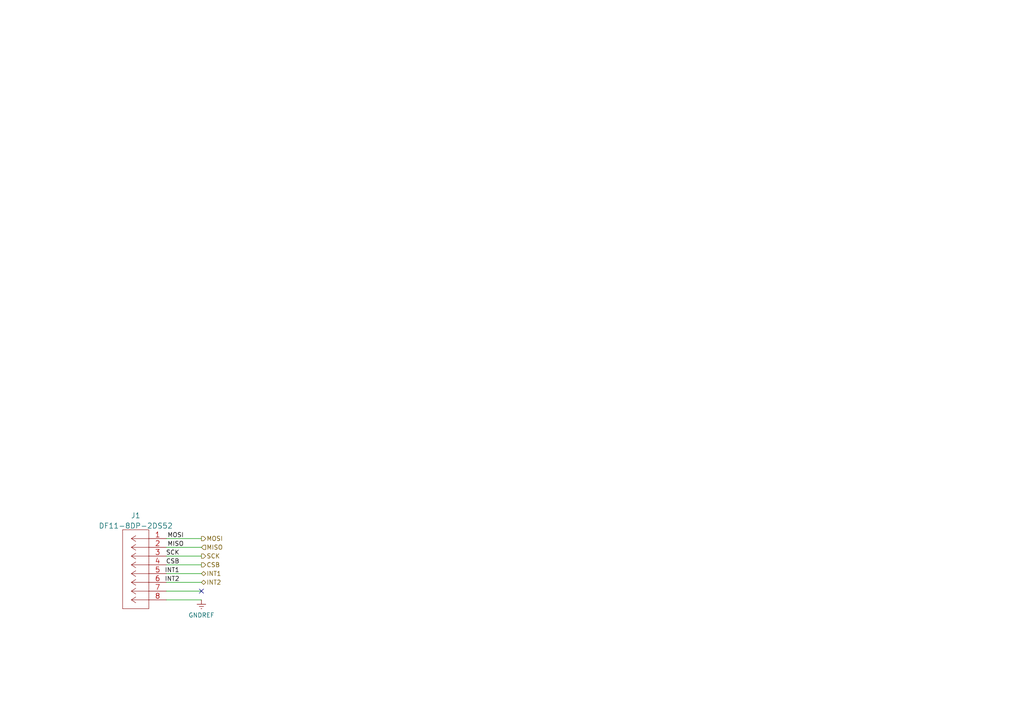
<source format=kicad_sch>
(kicad_sch (version 20230121) (generator eeschema)
  (paper "A4")
  (lib_symbols
    (symbol "DF11-8POS:DF11-8DP-2DS52" (pin_names (offset 0.254) hide)
      (property "Reference" "J" (at 8.89 6.35 0))
      (property "Value" "DF11-8DP-2DS52" (at 10.16 -10.16 0))
      (symbol "DF11-8DP-2DS52_1_1"
        (polyline (pts (xy 5.08 -20.32) (xy 12.7 -20.32)) (stroke (width 0.127)))
        (polyline (pts (xy 5.08 2.54) (xy 5.08 -20.32)) (stroke (width 0.127)))
        (polyline (pts (xy 10.16 -17.78) (xy 5.08 -17.78)) (stroke (width 0.127)))
        (polyline (pts (xy 10.16 -17.78) (xy 8.89 -18.6182)) (stroke (width 0.127)))
        (polyline (pts (xy 10.16 -17.78) (xy 8.89 -16.9418)) (stroke (width 0.127)))
        (polyline (pts (xy 10.16 -15.24) (xy 5.08 -15.24)) (stroke (width 0.127)))
        (polyline (pts (xy 10.16 -15.24) (xy 8.89 -16.0782)) (stroke (width 0.127)))
        (polyline (pts (xy 10.16 -15.24) (xy 8.89 -14.4018)) (stroke (width 0.127)))
        (polyline (pts (xy 10.16 -12.7) (xy 5.08 -12.7)) (stroke (width 0.127)))
        (polyline (pts (xy 10.16 -12.7) (xy 8.89 -13.5382)) (stroke (width 0.127)))
        (polyline (pts (xy 10.16 -12.7) (xy 8.89 -11.8618)) (stroke (width 0.127)))
        (polyline (pts (xy 10.16 -10.16) (xy 5.08 -10.16)) (stroke (width 0.127)))
        (polyline (pts (xy 10.16 -10.16) (xy 8.89 -10.9982)) (stroke (width 0.127)))
        (polyline (pts (xy 10.16 -10.16) (xy 8.89 -9.3218)) (stroke (width 0.127)))
        (polyline (pts (xy 10.16 -7.62) (xy 5.08 -7.62)) (stroke (width 0.127)))
        (polyline (pts (xy 10.16 -7.62) (xy 8.89 -8.4582)) (stroke (width 0.127)))
        (polyline (pts (xy 10.16 -7.62) (xy 8.89 -6.7818)) (stroke (width 0.127)))
        (polyline (pts (xy 10.16 -5.08) (xy 5.08 -5.08)) (stroke (width 0.127)))
        (polyline (pts (xy 10.16 -5.08) (xy 8.89 -5.9182)) (stroke (width 0.127)))
        (polyline (pts (xy 10.16 -5.08) (xy 8.89 -4.2418)) (stroke (width 0.127)))
        (polyline (pts (xy 10.16 -2.54) (xy 5.08 -2.54)) (stroke (width 0.127)))
        (polyline (pts (xy 10.16 -2.54) (xy 8.89 -3.3782)) (stroke (width 0.127)))
        (polyline (pts (xy 10.16 -2.54) (xy 8.89 -1.7018)) (stroke (width 0.127)))
        (polyline (pts (xy 10.16 0) (xy 5.08 0)) (stroke (width 0.127)))
        (polyline (pts (xy 10.16 0) (xy 8.89 -0.8382)) (stroke (width 0.127)))
        (polyline (pts (xy 10.16 0) (xy 8.89 0.8382)) (stroke (width 0.127)))
        (polyline (pts (xy 12.7 -20.32) (xy 12.7 2.54)) (stroke (width 0.127)))
        (polyline (pts (xy 12.7 2.54) (xy 5.08 2.54)) (stroke (width 0.127)))
        (pin unspecified line (at 0 0 0) (length 5.08) (name "1") (number "1"))
        (pin unspecified line (at 0 -2.54 0) (length 5.08) (name "2") (number "2"))
        (pin unspecified line (at 0 -5.08 0) (length 5.08) (name "3") (number "3"))
        (pin unspecified line (at 0 -7.62 0) (length 5.08) (name "4") (number "4"))
        (pin unspecified line (at 0 -10.16 0) (length 5.08) (name "5") (number "5"))
        (pin unspecified line (at 0 -12.7 0) (length 5.08) (name "6") (number "6"))
        (pin unspecified line (at 0 -15.24 0) (length 5.08) (name "7") (number "7"))
        (pin unspecified line (at 0 -17.78 0) (length 5.08) (name "8") (number "8"))
      )
    )
    (symbol "power:GNDREF" (power) (pin_names (offset 0))
      (property "Value" "GNDREF" (at 0 -3.81 0))
      (symbol "GNDREF_0_1"
        (polyline (pts (xy -0.635 -1.905) (xy 0.635 -1.905)))
        (polyline (pts (xy -0.127 -2.54) (xy 0.127 -2.54)))
        (polyline (pts (xy 0 -1.27) (xy 0 0)))
        (polyline (pts (xy 1.27 -1.27) (xy -1.27 -1.27)))
      )
      (symbol "GNDREF_1_1"
        (pin power_in line (at 0 0 270) (length 0) hide (name "GNDREF") (number "1"))
      )
    )
  )
  (no_connect (at 58.42 171.45))
  (wire (pts (xy 58.42 161.29) (xy 48.26 161.29)))
  (wire (pts (xy 48.26 171.45) (xy 58.42 171.45)))
  (wire (pts (xy 48.26 173.99) (xy 58.42 173.99)))
  (wire (pts (xy 58.42 158.75) (xy 48.26 158.75)))
  (wire (pts (xy 58.42 168.91) (xy 48.26 168.91)))
  (wire (pts (xy 58.42 163.83) (xy 48.26 163.83)))
  (wire (pts (xy 58.42 156.21) (xy 48.26 156.21)))
  (wire (pts (xy 58.42 166.37) (xy 48.26 166.37)))
  (label "INT2" (at 52.07 168.91 180))
  (label "MOSI" (at 53.34 156.21 180))
  (label "INT1" (at 52.07 166.37 180))
  (label "MISO" (at 53.34 158.75 180))
  (label "SCK" (at 52.07 161.29 180))
  (label "CSB" (at 52.07 163.83 180))
  (hierarchical_label "INT1" (shape bidirectional) (at 58.42 166.37 0))
  (hierarchical_label "MISO" (shape input) (at 58.42 158.75 0))
  (hierarchical_label "MOSI" (shape output) (at 58.42 156.21 0))
  (hierarchical_label "SCK" (shape output) (at 58.42 161.29 0))
  (hierarchical_label "CSB" (shape output) (at 58.42 163.83 0))
  (hierarchical_label "INT2" (shape bidirectional) (at 58.42 168.91 0))
  (symbol (lib_id "power:GNDREF") (at 58.42 173.99 0) (unit 1)
    (property "Reference" "#PWR0101" (effects hide))
    (property "Value" "GNDREF" (at 58.42 178.4334 0))
    (instances (project "Probe_PCB" (path "" (reference "#PWR0101") (unit 1)) (path "" (reference "#PWR02") (unit 1))))
  )
  (symbol (lib_id "DF11-8POS:DF11-8DP-2DS52") (at 48.26 156.21 0) (mirror y) (unit 1)
    (property "Reference" "J1" (at 39.37 149.5224 0) (effects (font (size 1.524 1.524))))
    (property "Value" "DF11-8DP-2DS52" (at 39.37 152.5158 0) (effects (font (size 1.524 1.524))))
    (property "Footprint" "DF11-8POS:DF11-8DP-2DS52" (effects hide))
  )
)
</source>
